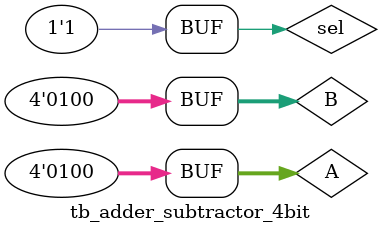
<source format=v>
`timescale 1ns / 1ns
module tb_adder_subtractor_4bit(
    );
reg [3:0] A ;
	reg [3:0] B ;
	reg sel ; // 0: add, 1: subtract
	wire [3:0] S ;
	wire cout ;
	
	adder_subtractor_4bit www1 ( A , B , sel , S , cout ) ;
	initial
begin
 A=4'b0100; B=4'b0100; sel =0;
#100 A=4'b0100; B=4'b1101; sel =0;
#100 A=4'b1101; B=4'b1100; sel =1;
#100 A=4'b0100; B=4'b0100; sel =1;
end

endmodule

</source>
